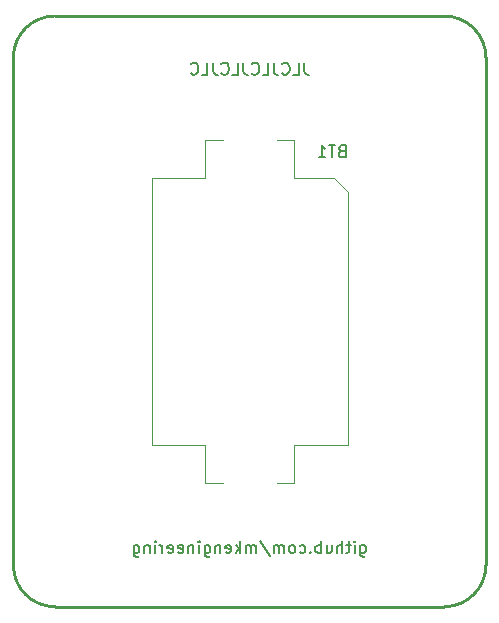
<source format=gbr>
G04 #@! TF.GenerationSoftware,KiCad,Pcbnew,(5.1.8)-1*
G04 #@! TF.CreationDate,2021-05-24T17:48:50-05:00*
G04 #@! TF.ProjectId,PIC16_Ring_of_Fire_Game,50494331-365f-4526-996e-675f6f665f46,1A*
G04 #@! TF.SameCoordinates,Original*
G04 #@! TF.FileFunction,Legend,Bot*
G04 #@! TF.FilePolarity,Positive*
%FSLAX46Y46*%
G04 Gerber Fmt 4.6, Leading zero omitted, Abs format (unit mm)*
G04 Created by KiCad (PCBNEW (5.1.8)-1) date 2021-05-24 17:48:50*
%MOMM*%
%LPD*%
G01*
G04 APERTURE LIST*
%ADD10C,0.150000*%
G04 #@! TA.AperFunction,Profile*
%ADD11C,0.254000*%
G04 #@! TD*
%ADD12C,0.120000*%
G04 APERTURE END LIST*
D10*
X109380952Y-119785714D02*
X109380952Y-120595238D01*
X109428571Y-120690476D01*
X109476190Y-120738095D01*
X109571428Y-120785714D01*
X109714285Y-120785714D01*
X109809523Y-120738095D01*
X109380952Y-120404761D02*
X109476190Y-120452380D01*
X109666666Y-120452380D01*
X109761904Y-120404761D01*
X109809523Y-120357142D01*
X109857142Y-120261904D01*
X109857142Y-119976190D01*
X109809523Y-119880952D01*
X109761904Y-119833333D01*
X109666666Y-119785714D01*
X109476190Y-119785714D01*
X109380952Y-119833333D01*
X108904761Y-120452380D02*
X108904761Y-119785714D01*
X108904761Y-119452380D02*
X108952380Y-119500000D01*
X108904761Y-119547619D01*
X108857142Y-119500000D01*
X108904761Y-119452380D01*
X108904761Y-119547619D01*
X108571428Y-119785714D02*
X108190476Y-119785714D01*
X108428571Y-119452380D02*
X108428571Y-120309523D01*
X108380952Y-120404761D01*
X108285714Y-120452380D01*
X108190476Y-120452380D01*
X107857142Y-120452380D02*
X107857142Y-119452380D01*
X107428571Y-120452380D02*
X107428571Y-119928571D01*
X107476190Y-119833333D01*
X107571428Y-119785714D01*
X107714285Y-119785714D01*
X107809523Y-119833333D01*
X107857142Y-119880952D01*
X106523809Y-119785714D02*
X106523809Y-120452380D01*
X106952380Y-119785714D02*
X106952380Y-120309523D01*
X106904761Y-120404761D01*
X106809523Y-120452380D01*
X106666666Y-120452380D01*
X106571428Y-120404761D01*
X106523809Y-120357142D01*
X106047619Y-120452380D02*
X106047619Y-119452380D01*
X106047619Y-119833333D02*
X105952380Y-119785714D01*
X105761904Y-119785714D01*
X105666666Y-119833333D01*
X105619047Y-119880952D01*
X105571428Y-119976190D01*
X105571428Y-120261904D01*
X105619047Y-120357142D01*
X105666666Y-120404761D01*
X105761904Y-120452380D01*
X105952380Y-120452380D01*
X106047619Y-120404761D01*
X105142857Y-120357142D02*
X105095238Y-120404761D01*
X105142857Y-120452380D01*
X105190476Y-120404761D01*
X105142857Y-120357142D01*
X105142857Y-120452380D01*
X104238095Y-120404761D02*
X104333333Y-120452380D01*
X104523809Y-120452380D01*
X104619047Y-120404761D01*
X104666666Y-120357142D01*
X104714285Y-120261904D01*
X104714285Y-119976190D01*
X104666666Y-119880952D01*
X104619047Y-119833333D01*
X104523809Y-119785714D01*
X104333333Y-119785714D01*
X104238095Y-119833333D01*
X103666666Y-120452380D02*
X103761904Y-120404761D01*
X103809523Y-120357142D01*
X103857142Y-120261904D01*
X103857142Y-119976190D01*
X103809523Y-119880952D01*
X103761904Y-119833333D01*
X103666666Y-119785714D01*
X103523809Y-119785714D01*
X103428571Y-119833333D01*
X103380952Y-119880952D01*
X103333333Y-119976190D01*
X103333333Y-120261904D01*
X103380952Y-120357142D01*
X103428571Y-120404761D01*
X103523809Y-120452380D01*
X103666666Y-120452380D01*
X102904761Y-120452380D02*
X102904761Y-119785714D01*
X102904761Y-119880952D02*
X102857142Y-119833333D01*
X102761904Y-119785714D01*
X102619047Y-119785714D01*
X102523809Y-119833333D01*
X102476190Y-119928571D01*
X102476190Y-120452380D01*
X102476190Y-119928571D02*
X102428571Y-119833333D01*
X102333333Y-119785714D01*
X102190476Y-119785714D01*
X102095238Y-119833333D01*
X102047619Y-119928571D01*
X102047619Y-120452380D01*
X100857142Y-119404761D02*
X101714285Y-120690476D01*
X100523809Y-120452380D02*
X100523809Y-119785714D01*
X100523809Y-119880952D02*
X100476190Y-119833333D01*
X100380952Y-119785714D01*
X100238095Y-119785714D01*
X100142857Y-119833333D01*
X100095238Y-119928571D01*
X100095238Y-120452380D01*
X100095238Y-119928571D02*
X100047619Y-119833333D01*
X99952380Y-119785714D01*
X99809523Y-119785714D01*
X99714285Y-119833333D01*
X99666666Y-119928571D01*
X99666666Y-120452380D01*
X99190476Y-120452380D02*
X99190476Y-119452380D01*
X99095238Y-120071428D02*
X98809523Y-120452380D01*
X98809523Y-119785714D02*
X99190476Y-120166666D01*
X98000000Y-120404761D02*
X98095238Y-120452380D01*
X98285714Y-120452380D01*
X98380952Y-120404761D01*
X98428571Y-120309523D01*
X98428571Y-119928571D01*
X98380952Y-119833333D01*
X98285714Y-119785714D01*
X98095238Y-119785714D01*
X98000000Y-119833333D01*
X97952380Y-119928571D01*
X97952380Y-120023809D01*
X98428571Y-120119047D01*
X97523809Y-119785714D02*
X97523809Y-120452380D01*
X97523809Y-119880952D02*
X97476190Y-119833333D01*
X97380952Y-119785714D01*
X97238095Y-119785714D01*
X97142857Y-119833333D01*
X97095238Y-119928571D01*
X97095238Y-120452380D01*
X96190476Y-119785714D02*
X96190476Y-120595238D01*
X96238095Y-120690476D01*
X96285714Y-120738095D01*
X96380952Y-120785714D01*
X96523809Y-120785714D01*
X96619047Y-120738095D01*
X96190476Y-120404761D02*
X96285714Y-120452380D01*
X96476190Y-120452380D01*
X96571428Y-120404761D01*
X96619047Y-120357142D01*
X96666666Y-120261904D01*
X96666666Y-119976190D01*
X96619047Y-119880952D01*
X96571428Y-119833333D01*
X96476190Y-119785714D01*
X96285714Y-119785714D01*
X96190476Y-119833333D01*
X95714285Y-120452380D02*
X95714285Y-119785714D01*
X95714285Y-119452380D02*
X95761904Y-119500000D01*
X95714285Y-119547619D01*
X95666666Y-119500000D01*
X95714285Y-119452380D01*
X95714285Y-119547619D01*
X95238095Y-119785714D02*
X95238095Y-120452380D01*
X95238095Y-119880952D02*
X95190476Y-119833333D01*
X95095238Y-119785714D01*
X94952380Y-119785714D01*
X94857142Y-119833333D01*
X94809523Y-119928571D01*
X94809523Y-120452380D01*
X93952380Y-120404761D02*
X94047619Y-120452380D01*
X94238095Y-120452380D01*
X94333333Y-120404761D01*
X94380952Y-120309523D01*
X94380952Y-119928571D01*
X94333333Y-119833333D01*
X94238095Y-119785714D01*
X94047619Y-119785714D01*
X93952380Y-119833333D01*
X93904761Y-119928571D01*
X93904761Y-120023809D01*
X94380952Y-120119047D01*
X93095238Y-120404761D02*
X93190476Y-120452380D01*
X93380952Y-120452380D01*
X93476190Y-120404761D01*
X93523809Y-120309523D01*
X93523809Y-119928571D01*
X93476190Y-119833333D01*
X93380952Y-119785714D01*
X93190476Y-119785714D01*
X93095238Y-119833333D01*
X93047619Y-119928571D01*
X93047619Y-120023809D01*
X93523809Y-120119047D01*
X92619047Y-120452380D02*
X92619047Y-119785714D01*
X92619047Y-119976190D02*
X92571428Y-119880952D01*
X92523809Y-119833333D01*
X92428571Y-119785714D01*
X92333333Y-119785714D01*
X92000000Y-120452380D02*
X92000000Y-119785714D01*
X92000000Y-119452380D02*
X92047619Y-119500000D01*
X92000000Y-119547619D01*
X91952380Y-119500000D01*
X92000000Y-119452380D01*
X92000000Y-119547619D01*
X91523809Y-119785714D02*
X91523809Y-120452380D01*
X91523809Y-119880952D02*
X91476190Y-119833333D01*
X91380952Y-119785714D01*
X91238095Y-119785714D01*
X91142857Y-119833333D01*
X91095238Y-119928571D01*
X91095238Y-120452380D01*
X90190476Y-119785714D02*
X90190476Y-120595238D01*
X90238095Y-120690476D01*
X90285714Y-120738095D01*
X90380952Y-120785714D01*
X90523809Y-120785714D01*
X90619047Y-120738095D01*
X90190476Y-120404761D02*
X90285714Y-120452380D01*
X90476190Y-120452380D01*
X90571428Y-120404761D01*
X90619047Y-120357142D01*
X90666666Y-120261904D01*
X90666666Y-119976190D01*
X90619047Y-119880952D01*
X90571428Y-119833333D01*
X90476190Y-119785714D01*
X90285714Y-119785714D01*
X90190476Y-119833333D01*
X104619047Y-78952380D02*
X104619047Y-79666666D01*
X104666666Y-79809523D01*
X104761904Y-79904761D01*
X104904761Y-79952380D01*
X105000000Y-79952380D01*
X103666666Y-79952380D02*
X104142857Y-79952380D01*
X104142857Y-78952380D01*
X102761904Y-79857142D02*
X102809523Y-79904761D01*
X102952380Y-79952380D01*
X103047619Y-79952380D01*
X103190476Y-79904761D01*
X103285714Y-79809523D01*
X103333333Y-79714285D01*
X103380952Y-79523809D01*
X103380952Y-79380952D01*
X103333333Y-79190476D01*
X103285714Y-79095238D01*
X103190476Y-79000000D01*
X103047619Y-78952380D01*
X102952380Y-78952380D01*
X102809523Y-79000000D01*
X102761904Y-79047619D01*
X102047619Y-78952380D02*
X102047619Y-79666666D01*
X102095238Y-79809523D01*
X102190476Y-79904761D01*
X102333333Y-79952380D01*
X102428571Y-79952380D01*
X101095238Y-79952380D02*
X101571428Y-79952380D01*
X101571428Y-78952380D01*
X100190476Y-79857142D02*
X100238095Y-79904761D01*
X100380952Y-79952380D01*
X100476190Y-79952380D01*
X100619047Y-79904761D01*
X100714285Y-79809523D01*
X100761904Y-79714285D01*
X100809523Y-79523809D01*
X100809523Y-79380952D01*
X100761904Y-79190476D01*
X100714285Y-79095238D01*
X100619047Y-79000000D01*
X100476190Y-78952380D01*
X100380952Y-78952380D01*
X100238095Y-79000000D01*
X100190476Y-79047619D01*
X99476190Y-78952380D02*
X99476190Y-79666666D01*
X99523809Y-79809523D01*
X99619047Y-79904761D01*
X99761904Y-79952380D01*
X99857142Y-79952380D01*
X98523809Y-79952380D02*
X99000000Y-79952380D01*
X99000000Y-78952380D01*
X97619047Y-79857142D02*
X97666666Y-79904761D01*
X97809523Y-79952380D01*
X97904761Y-79952380D01*
X98047619Y-79904761D01*
X98142857Y-79809523D01*
X98190476Y-79714285D01*
X98238095Y-79523809D01*
X98238095Y-79380952D01*
X98190476Y-79190476D01*
X98142857Y-79095238D01*
X98047619Y-79000000D01*
X97904761Y-78952380D01*
X97809523Y-78952380D01*
X97666666Y-79000000D01*
X97619047Y-79047619D01*
X96904761Y-78952380D02*
X96904761Y-79666666D01*
X96952380Y-79809523D01*
X97047619Y-79904761D01*
X97190476Y-79952380D01*
X97285714Y-79952380D01*
X95952380Y-79952380D02*
X96428571Y-79952380D01*
X96428571Y-78952380D01*
X95047619Y-79857142D02*
X95095238Y-79904761D01*
X95238095Y-79952380D01*
X95333333Y-79952380D01*
X95476190Y-79904761D01*
X95571428Y-79809523D01*
X95619047Y-79714285D01*
X95666666Y-79523809D01*
X95666666Y-79380952D01*
X95619047Y-79190476D01*
X95571428Y-79095238D01*
X95476190Y-79000000D01*
X95333333Y-78952380D01*
X95238095Y-78952380D01*
X95095238Y-79000000D01*
X95047619Y-79047619D01*
D11*
X83500000Y-125000000D02*
X116500000Y-125000000D01*
X120000000Y-121500000D02*
G75*
G02*
X116500000Y-125000000I-3500000J0D01*
G01*
X120000000Y-78500000D02*
X120000000Y-121500000D01*
X116500000Y-75000000D02*
G75*
G02*
X120000000Y-78500000I0J-3500000D01*
G01*
X83500000Y-75000000D02*
X116500000Y-75000000D01*
X80000000Y-78500000D02*
G75*
G02*
X83500000Y-75000000I3500000J0D01*
G01*
X83500000Y-125000000D02*
G75*
G02*
X80000000Y-121500000I0J3500000D01*
G01*
X80000000Y-78500000D02*
X80000000Y-121500000D01*
D12*
X97708000Y-114498600D02*
X96200000Y-114498600D01*
X96200000Y-111298200D02*
X96200000Y-114498600D01*
X96200000Y-111298200D02*
X91699000Y-111298200D01*
X91699000Y-88701800D02*
X91699000Y-111298200D01*
X96200000Y-88701800D02*
X91699000Y-88701800D01*
X96200000Y-85501400D02*
X96200000Y-88701800D01*
X97708000Y-85501400D02*
X96200000Y-85501400D01*
X103800000Y-114498600D02*
X102292000Y-114498600D01*
X103800000Y-111298200D02*
X103800000Y-114498600D01*
X108301000Y-111298200D02*
X103800000Y-111298200D01*
X108301000Y-89893536D02*
X108301000Y-111298200D01*
X108301000Y-89893536D02*
X107109264Y-88701800D01*
X107109264Y-88701800D02*
X103800000Y-88701800D01*
X103800000Y-85501400D02*
X103800000Y-88701800D01*
X103800000Y-85501400D02*
X102292000Y-85501400D01*
D10*
X107785714Y-86428571D02*
X107642857Y-86476190D01*
X107595238Y-86523809D01*
X107547619Y-86619047D01*
X107547619Y-86761904D01*
X107595238Y-86857142D01*
X107642857Y-86904761D01*
X107738095Y-86952380D01*
X108119047Y-86952380D01*
X108119047Y-85952380D01*
X107785714Y-85952380D01*
X107690476Y-86000000D01*
X107642857Y-86047619D01*
X107595238Y-86142857D01*
X107595238Y-86238095D01*
X107642857Y-86333333D01*
X107690476Y-86380952D01*
X107785714Y-86428571D01*
X108119047Y-86428571D01*
X107261904Y-85952380D02*
X106690476Y-85952380D01*
X106976190Y-86952380D02*
X106976190Y-85952380D01*
X105833333Y-86952380D02*
X106404761Y-86952380D01*
X106119047Y-86952380D02*
X106119047Y-85952380D01*
X106214285Y-86095238D01*
X106309523Y-86190476D01*
X106404761Y-86238095D01*
M02*

</source>
